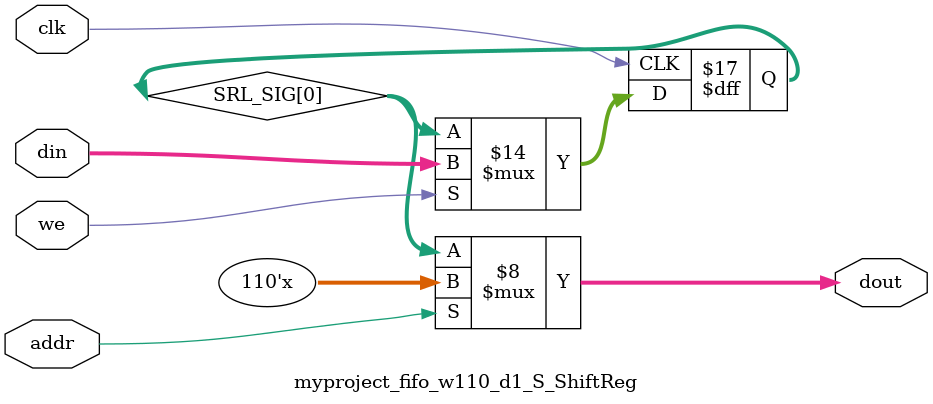
<source format=v>

`timescale 1ns/1ps

module myproject_fifo_w110_d1_S
#(parameter
    MEM_STYLE    = "shiftReg",
    DATA_WIDTH   = 110,
    ADDR_WIDTH   = 1,
    DEPTH        = 1)
(
    // system signal
    input  wire                  clk,
    input  wire                  reset,

    // write
    output wire                  if_full_n,
    input  wire                  if_write_ce,
    input  wire                  if_write,
    input  wire [DATA_WIDTH-1:0] if_din,
    
    // read 
    output wire [ADDR_WIDTH:0]   if_num_data_valid, // for FRP
    output wire [ADDR_WIDTH:0]   if_fifo_cap,       // for FRP

    output wire                  if_empty_n,
    input  wire                  if_read_ce,
    input  wire                  if_read,
    output wire [DATA_WIDTH-1:0] if_dout
);
//------------------------Parameter----------------------
localparam 
    SRL_DEPTH    = DEPTH,
    SRL_AWIDTH   = ADDR_WIDTH;
//------------------------Local signal-------------------
    reg  [SRL_AWIDTH-1:0] addr;
    wire                  push;
    wire                  pop;
    reg  [SRL_AWIDTH:0]   mOutPtr;
    reg                   empty_n = 1'b0;
    reg                   full_n = 1'b1; 

//------------------------Instantiation------------------
    myproject_fifo_w110_d1_S_ShiftReg 
    #(  .DATA_WIDTH (DATA_WIDTH),
        .ADDR_WIDTH (SRL_AWIDTH),
        .DEPTH      (SRL_DEPTH))
    U_myproject_fifo_w110_d1_S_ShiftReg (
        .clk        (clk),
        .we         (push),
        .addr       (addr),
        .din        (if_din),
        .dout       (if_dout)
    );
//------------------------Task and function--------------

//------------------------Body---------------------------
    // num_data_valid 
    assign if_num_data_valid = mOutPtr;
    assign if_fifo_cap       = DEPTH;

    // almost full/empty 

    // program full/empty 

    assign if_full_n  = full_n; 
    assign if_empty_n = empty_n;

    assign push       = full_n & if_write_ce & if_write;
    assign pop        = empty_n & if_read_ce & if_read;

    // addr
    always @(posedge clk) begin
        if (reset)
            addr <= {SRL_AWIDTH{1'b0}};
        else if (push & ~pop && empty_n)
            addr <= addr + 1'b1;
        else if (~push & pop && (mOutPtr != 1))
            addr <= addr - 1'b1;
    end

    // mOutPtr
    always @(posedge clk) begin
        if (reset)
            mOutPtr <= {SRL_AWIDTH+1{1'b0}};
        else if (push & ~pop)
            mOutPtr <= mOutPtr + 1'b1;
        else if (~push & pop)
            mOutPtr <= mOutPtr - 1'b1;
    end

    // full_n
    always @(posedge clk) begin
        if (reset)
            full_n <= 1'b1;
        else if ((push & ~pop) && (mOutPtr == DEPTH - 1))
            full_n <= 1'b0;
        else if (~push & pop)
            full_n <= 1'b1;
    end

    // empty_n
    always @(posedge clk) begin
        if (reset)
            empty_n <= 1'b0;
        else if (push & ~pop)
            empty_n <= 1'b1;
        else if ((~push & pop) && (mOutPtr == 1))
            empty_n <= 1'b0;
    end

    // almost_full_n 

    // almost_empty_n 

    // prog_full_n 
 
    // prog_empty_n 

endmodule  


module myproject_fifo_w110_d1_S_ShiftReg
#(parameter
    DATA_WIDTH  = 110,
    ADDR_WIDTH  = 1,
    DEPTH       = 1)
(
    input  wire                  clk,
    input  wire                  we,
    input  wire [ADDR_WIDTH-1:0] addr,
    input  wire [DATA_WIDTH-1:0] din,
    output wire [DATA_WIDTH-1:0] dout
);

    reg [DATA_WIDTH-1:0] SRL_SIG [0:DEPTH-1];
    integer i;

    always @(posedge clk) begin
        if (we) begin
            for (i=0; i<DEPTH-1; i=i+1)
                SRL_SIG[i+1] <= SRL_SIG[i];
            SRL_SIG[0] <= din;
        end
    end

    assign dout = SRL_SIG[addr];

endmodule
</source>
